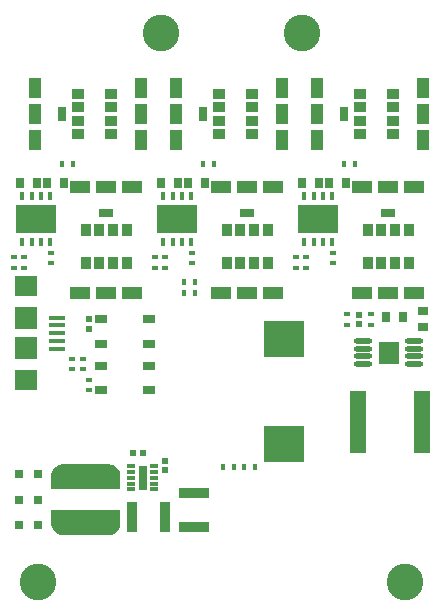
<source format=gtp>
G04 Layer_Color=8421504*
%FSAX25Y25*%
%MOIN*%
G70*
G01*
G75*
%ADD10R,0.01969X0.02047*%
%ADD11R,0.02165X0.01772*%
%ADD12R,0.02047X0.01969*%
%ADD13R,0.02756X0.03543*%
%ADD14R,0.01772X0.02165*%
%ADD15R,0.01181X0.03150*%
%ADD16R,0.13307X0.09646*%
%ADD17R,0.04331X0.06693*%
%ADD18R,0.02756X0.05118*%
%ADD19R,0.04331X0.03347*%
%ADD20R,0.06693X0.04331*%
%ADD21R,0.03347X0.04331*%
%ADD22R,0.05118X0.02756*%
%ADD23R,0.03937X0.02559*%
%ADD24R,0.02756X0.03150*%
%ADD25O,0.06102X0.01772*%
%ADD26R,0.06811X0.07284*%
%ADD27R,0.13780X0.12300*%
%ADD28R,0.03543X0.02756*%
%ADD29R,0.05512X0.20866*%
%ADD30R,0.10236X0.03740*%
%ADD31R,0.09843X0.03740*%
%ADD32R,0.03740X0.10236*%
%ADD33R,0.03740X0.09843*%
%ADD34R,0.03150X0.08189*%
%ADD35R,0.02756X0.01181*%
%ADD36R,0.07500X0.07500*%
%ADD37R,0.07500X0.07100*%
%ADD38R,0.05600X0.01400*%
G04:AMPARAMS|DCode=39|XSize=82.68mil|YSize=228.35mil|CornerRadius=41.34mil|HoleSize=0mil|Usage=FLASHONLY|Rotation=270.000|XOffset=0mil|YOffset=0mil|HoleType=Round|Shape=RoundedRectangle|*
%AMROUNDEDRECTD39*
21,1,0.08268,0.14567,0,0,270.0*
21,1,0.00000,0.22835,0,0,270.0*
1,1,0.08268,-0.07284,0.00000*
1,1,0.08268,-0.07284,0.00000*
1,1,0.08268,0.07284,0.00000*
1,1,0.08268,0.07284,0.00000*
%
%ADD39ROUNDEDRECTD39*%
%ADD45C,0.12205*%
G36*
X0565617Y0240626D02*
X0565617Y0240626D01*
X0565617Y0240238D01*
X0565465Y0239477D01*
X0565168Y0238761D01*
X0564737Y0238116D01*
X0564189Y0237568D01*
X0563544Y0237137D01*
X0562828Y0236840D01*
X0562067Y0236689D01*
X0561679D01*
X0546719Y0236689D01*
X0546719Y0236689D01*
X0546331Y0236689D01*
X0545571Y0236840D01*
X0544854Y0237137D01*
X0544209Y0237568D01*
X0543661Y0238116D01*
X0543230Y0238761D01*
X0542933Y0239478D01*
X0542782Y0240238D01*
X0542782Y0240626D01*
X0542781Y0244957D01*
X0565616D01*
X0565617Y0240626D01*
D02*
G37*
G36*
X0561680Y0260311D02*
X0562067Y0260311D01*
X0562828Y0260159D01*
X0563544Y0259863D01*
X0564189Y0259432D01*
X0564737Y0258884D01*
X0565168Y0258239D01*
X0565465Y0257522D01*
X0565616Y0256762D01*
Y0256374D01*
X0565616Y0256374D01*
X0565616Y0252043D01*
X0542782D01*
X0542782Y0256374D01*
X0542782Y0256762D01*
X0542933Y0257522D01*
X0543230Y0258239D01*
X0543661Y0258884D01*
X0544209Y0259432D01*
X0544854Y0259863D01*
X0545570Y0260160D01*
X0546331Y0260311D01*
X0546719Y0260311D01*
X0546719Y0260311D01*
X0561680Y0260311D01*
D02*
G37*
D10*
X0573313Y0264000D02*
D03*
X0570085D02*
D03*
D11*
X0649199Y0310272D02*
D03*
Y0306728D02*
D03*
X0641199Y0310272D02*
D03*
Y0306728D02*
D03*
X0636699Y0330772D02*
D03*
Y0327228D02*
D03*
X0589699D02*
D03*
Y0330772D02*
D03*
X0542699D02*
D03*
Y0327228D02*
D03*
X0555199Y0284957D02*
D03*
Y0288500D02*
D03*
X0549699Y0295500D02*
D03*
Y0291957D02*
D03*
X0553199D02*
D03*
Y0295500D02*
D03*
X0533699Y0329272D02*
D03*
Y0325728D02*
D03*
X0580699D02*
D03*
Y0329272D02*
D03*
X0627699D02*
D03*
Y0325728D02*
D03*
X0530199Y0329272D02*
D03*
Y0325728D02*
D03*
X0577199D02*
D03*
Y0329272D02*
D03*
X0624199D02*
D03*
Y0325728D02*
D03*
D12*
X0645199Y0306886D02*
D03*
Y0310114D02*
D03*
X0580699Y0261415D02*
D03*
Y0258187D02*
D03*
X0555199Y0305386D02*
D03*
Y0308614D02*
D03*
D13*
X0654443Y0309500D02*
D03*
X0659955D02*
D03*
X0626443Y0354000D02*
D03*
X0631955D02*
D03*
X0579443D02*
D03*
X0584955D02*
D03*
X0532443D02*
D03*
X0537955D02*
D03*
X0546955D02*
D03*
X0541443D02*
D03*
X0593955D02*
D03*
X0588443D02*
D03*
X0640955D02*
D03*
X0635443D02*
D03*
D14*
X0643971Y0360500D02*
D03*
X0640427D02*
D03*
X0593428D02*
D03*
X0596971D02*
D03*
X0549971D02*
D03*
X0546427D02*
D03*
X0610471Y0259500D02*
D03*
X0606927D02*
D03*
X0603471D02*
D03*
X0599928D02*
D03*
X0586928Y0321000D02*
D03*
X0590471D02*
D03*
X0586928Y0317500D02*
D03*
X0590471D02*
D03*
D15*
X0589424Y0349776D02*
D03*
X0586274D02*
D03*
X0583124D02*
D03*
X0579975D02*
D03*
X0589424Y0334224D02*
D03*
X0586274D02*
D03*
X0583124D02*
D03*
X0579975D02*
D03*
X0532975D02*
D03*
X0536124D02*
D03*
X0539274D02*
D03*
X0542423D02*
D03*
X0532975Y0349776D02*
D03*
X0536124D02*
D03*
X0539274D02*
D03*
X0542423D02*
D03*
X0626975Y0334224D02*
D03*
X0630124D02*
D03*
X0633274D02*
D03*
X0636423D02*
D03*
X0626975Y0349776D02*
D03*
X0630124D02*
D03*
X0633274D02*
D03*
X0636423D02*
D03*
D16*
X0584699Y0342000D02*
D03*
X0537699D02*
D03*
X0631699D02*
D03*
D17*
X0631284Y0385661D02*
D03*
Y0377000D02*
D03*
Y0368339D02*
D03*
X0666716D02*
D03*
Y0377000D02*
D03*
Y0385661D02*
D03*
X0537284D02*
D03*
Y0377000D02*
D03*
Y0368339D02*
D03*
X0572717D02*
D03*
Y0377000D02*
D03*
Y0385661D02*
D03*
X0619717D02*
D03*
Y0377000D02*
D03*
Y0368339D02*
D03*
X0584283D02*
D03*
Y0377000D02*
D03*
Y0385661D02*
D03*
D18*
X0640142Y0377000D02*
D03*
X0546142D02*
D03*
X0593142D02*
D03*
D19*
X0645653Y0370209D02*
D03*
Y0374736D02*
D03*
Y0379264D02*
D03*
Y0383791D02*
D03*
X0656677D02*
D03*
Y0379264D02*
D03*
Y0374736D02*
D03*
Y0370209D02*
D03*
X0551653D02*
D03*
Y0374736D02*
D03*
Y0379264D02*
D03*
Y0383791D02*
D03*
X0562677D02*
D03*
Y0379264D02*
D03*
Y0374736D02*
D03*
Y0370209D02*
D03*
X0609677D02*
D03*
Y0374736D02*
D03*
Y0379264D02*
D03*
Y0383791D02*
D03*
X0598654D02*
D03*
Y0379264D02*
D03*
Y0374736D02*
D03*
Y0370209D02*
D03*
D20*
X0569661Y0317284D02*
D03*
X0561000D02*
D03*
X0552339D02*
D03*
Y0352716D02*
D03*
X0561000D02*
D03*
X0569661D02*
D03*
X0616661D02*
D03*
X0608000D02*
D03*
X0599339D02*
D03*
Y0317284D02*
D03*
X0608000D02*
D03*
X0616661D02*
D03*
X0663661D02*
D03*
X0655000D02*
D03*
X0646339D02*
D03*
Y0352716D02*
D03*
X0655000D02*
D03*
X0663661D02*
D03*
D21*
X0554209Y0327323D02*
D03*
X0558736D02*
D03*
X0563264D02*
D03*
X0567791D02*
D03*
Y0338347D02*
D03*
X0563264D02*
D03*
X0558736D02*
D03*
X0554209D02*
D03*
X0601209D02*
D03*
X0605736D02*
D03*
X0610264D02*
D03*
X0614791D02*
D03*
Y0327323D02*
D03*
X0610264D02*
D03*
X0605736D02*
D03*
X0601209D02*
D03*
X0648209D02*
D03*
X0652736D02*
D03*
X0657264D02*
D03*
X0661791D02*
D03*
Y0338347D02*
D03*
X0657264D02*
D03*
X0652736D02*
D03*
X0648209D02*
D03*
D22*
X0561000Y0343858D02*
D03*
X0608000D02*
D03*
X0655000D02*
D03*
D23*
X0575270Y0300366D02*
D03*
Y0308634D02*
D03*
X0559128Y0300366D02*
D03*
Y0308634D02*
D03*
X0575270Y0284866D02*
D03*
Y0293134D02*
D03*
X0559128Y0284866D02*
D03*
Y0293134D02*
D03*
D24*
X0532050Y0240000D02*
D03*
X0538349D02*
D03*
X0532050Y0257000D02*
D03*
X0538349D02*
D03*
X0532050Y0248500D02*
D03*
X0538349D02*
D03*
D25*
X0663762Y0293661D02*
D03*
Y0296220D02*
D03*
Y0298780D02*
D03*
Y0301339D02*
D03*
X0646636Y0293661D02*
D03*
Y0296220D02*
D03*
Y0298780D02*
D03*
Y0301339D02*
D03*
D26*
X0655199Y0297500D02*
D03*
D27*
X0620349Y0266900D02*
D03*
Y0302100D02*
D03*
D28*
X0666699Y0305894D02*
D03*
Y0311405D02*
D03*
D29*
X0666280Y0274500D02*
D03*
X0645020D02*
D03*
D30*
X0590199Y0239500D02*
D03*
D31*
Y0250524D02*
D03*
D32*
X0580711Y0242801D02*
D03*
D33*
X0569687D02*
D03*
D34*
X0573199Y0255801D02*
D03*
D35*
X0577097Y0251864D02*
D03*
X0569302D02*
D03*
Y0253832D02*
D03*
Y0255801D02*
D03*
Y0257769D02*
D03*
Y0259738D02*
D03*
X0577097D02*
D03*
Y0257769D02*
D03*
Y0255801D02*
D03*
Y0253832D02*
D03*
D36*
X0534199Y0299000D02*
D03*
Y0309000D02*
D03*
D37*
Y0288200D02*
D03*
Y0319748D02*
D03*
D38*
X0544699Y0301400D02*
D03*
Y0304000D02*
D03*
Y0306559D02*
D03*
Y0298800D02*
D03*
Y0309118D02*
D03*
D39*
X0554199Y0256177D02*
D03*
Y0240823D02*
D03*
D45*
X0579199Y0404000D02*
D03*
X0626199D02*
D03*
X0660699Y0221000D02*
D03*
X0538199D02*
D03*
M02*

</source>
